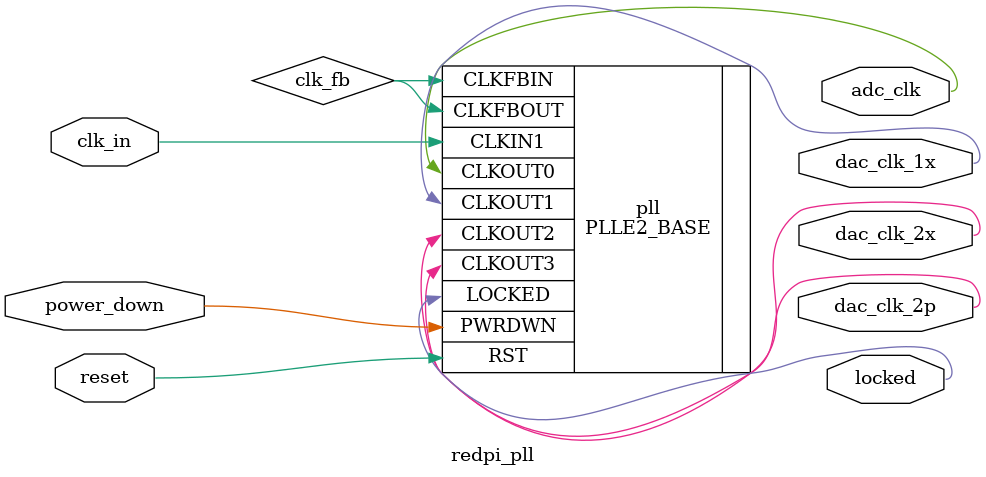
<source format=v>
module redpi_pll # (
  parameter MULT = 10,
  parameter REF_PERIOD = 10.000) (
  input  wire clk_in,
  input  wire reset,
  input  wire power_down,
  output wire locked,
  output wire adc_clk,
  output wire dac_clk_1x, 
  output wire dac_clk_2x, 
  output wire dac_clk_2p);

  wire clk_fb;

  PLLE2_BASE #(
    .BANDWIDTH            ("OPTIMIZED"),
    .DIVCLK_DIVIDE        ( 1         ),
    //VCO is at 125 x 8 = 1000.00 MHz (between 600 and 1200 MHz)
    .CLKFBOUT_MULT        ( MULT      ),
    .CLKFBOUT_PHASE       ( 0.000     ),
    //CLKOUT0 - 125 MHz
    .CLKOUT0_DIVIDE       ( 8         ),
    .CLKOUT0_PHASE        ( 180.000   ),
    .CLKOUT0_DUTY_CYCLE   ( 0.5       ),
    //CLKOUT1 - 125 MHz
    .CLKOUT1_DIVIDE       ( 8         ),
    .CLKOUT1_PHASE        ( 180.000   ),
    .CLKOUT1_DUTY_CYCLE   ( 0.5       ),
    //CLKOUT2 - 250 MHz
    .CLKOUT2_DIVIDE       ( 4         ),
    .CLKOUT2_PHASE        ( 0.000     ),
    .CLKOUT2_DUTY_CYCLE   ( 0.5       ),
    //CLKOUT3 - 250 500ps offset
    .CLKOUT3_DIVIDE       ( 4         ),
    .CLKOUT3_PHASE        (-45.000    ),
    .CLKOUT3_DUTY_CYCLE   ( 0.5       ),
    //CLKOUT4 - 250 MHz
    .CLKOUT4_DIVIDE       ( 4         ),  // 4->250MHz
    .CLKOUT4_PHASE        ( 0.000     ),
    .CLKOUT4_DUTY_CYCLE   ( 0.5       ),
    //CLKOUT5 - 250 MHz
    .CLKOUT5_DIVIDE       ( 4         ),
    .CLKOUT5_PHASE        ( 0.000     ),
    .CLKOUT5_DUTY_CYCLE   ( 0.5       ),
    //CLKIN
    .CLKIN1_PERIOD        ( REF_PERIOD),
    .REF_JITTER1          ( 0.000     ))
  pll (
    // Output clocks
    .CLKFBOUT             (clk_fb     ),
    .CLKOUT0              (adc_clk    ),
    .CLKOUT1              (dac_clk_1x ),
    .CLKOUT2              (dac_clk_2x ),
    .CLKOUT3              (dac_clk_2p ),
    // Input clock control
    .CLKFBIN              (clk_fb     ),
    .CLKIN1               (clk_in     ),
    // Other control and status signals
    .LOCKED               (locked     ),
    .PWRDWN               (power_down ),
    .RST                  (reset      ));

endmodule: redpi_pll

</source>
